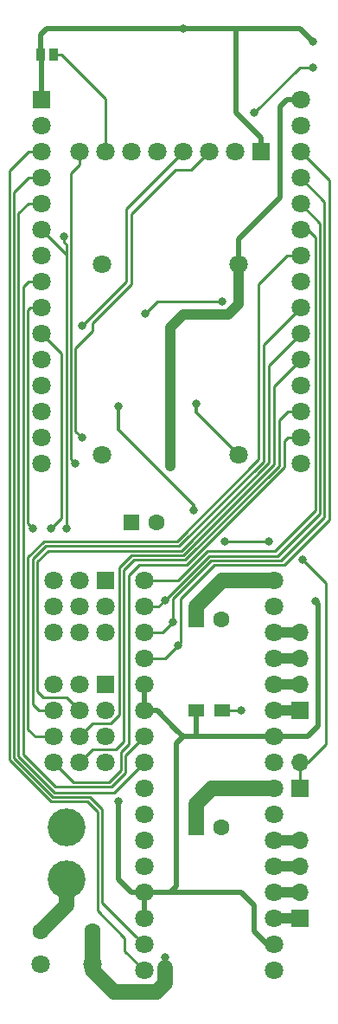
<source format=gtl>
G04 #@! TF.GenerationSoftware,KiCad,Pcbnew,(5.1.9)-1*
G04 #@! TF.CreationDate,2021-04-15T13:52:47+07:00*
G04 #@! TF.ProjectId,pendulumRobotModule,70656e64-756c-4756-9d52-6f626f744d6f,rev?*
G04 #@! TF.SameCoordinates,Original*
G04 #@! TF.FileFunction,Copper,L1,Top*
G04 #@! TF.FilePolarity,Positive*
%FSLAX46Y46*%
G04 Gerber Fmt 4.6, Leading zero omitted, Abs format (unit mm)*
G04 Created by KiCad (PCBNEW (5.1.9)-1) date 2021-04-15 13:52:47*
%MOMM*%
%LPD*%
G01*
G04 APERTURE LIST*
G04 #@! TA.AperFunction,ComponentPad*
%ADD10C,1.800000*%
G04 #@! TD*
G04 #@! TA.AperFunction,ComponentPad*
%ADD11R,1.800000X1.800000*%
G04 #@! TD*
G04 #@! TA.AperFunction,ComponentPad*
%ADD12R,1.600000X1.600000*%
G04 #@! TD*
G04 #@! TA.AperFunction,ComponentPad*
%ADD13C,1.600000*%
G04 #@! TD*
G04 #@! TA.AperFunction,ComponentPad*
%ADD14R,1.700000X1.700000*%
G04 #@! TD*
G04 #@! TA.AperFunction,ComponentPad*
%ADD15O,1.700000X1.700000*%
G04 #@! TD*
G04 #@! TA.AperFunction,SMDPad,CuDef*
%ADD16R,0.970000X1.270000*%
G04 #@! TD*
G04 #@! TA.AperFunction,ComponentPad*
%ADD17C,3.700000*%
G04 #@! TD*
G04 #@! TA.AperFunction,SMDPad,CuDef*
%ADD18R,1.500000X1.250000*%
G04 #@! TD*
G04 #@! TA.AperFunction,ViaPad*
%ADD19C,0.800000*%
G04 #@! TD*
G04 #@! TA.AperFunction,Conductor*
%ADD20C,0.250000*%
G04 #@! TD*
G04 #@! TA.AperFunction,Conductor*
%ADD21C,0.300000*%
G04 #@! TD*
G04 #@! TA.AperFunction,Conductor*
%ADD22C,1.500000*%
G04 #@! TD*
G04 #@! TA.AperFunction,Conductor*
%ADD23C,0.500000*%
G04 #@! TD*
G04 #@! TA.AperFunction,Conductor*
%ADD24C,1.000000*%
G04 #@! TD*
G04 APERTURE END LIST*
D10*
X96520000Y-96520000D03*
X99060000Y-96520000D03*
X101600000Y-96520000D03*
X96520000Y-93980000D03*
X99060000Y-93980000D03*
X101600000Y-93980000D03*
X96520000Y-91440000D03*
X99060000Y-91440000D03*
D11*
X101600000Y-91440000D03*
D10*
X96520000Y-109220000D03*
X99060000Y-109220000D03*
X101600000Y-109220000D03*
X96520000Y-106680000D03*
X99060000Y-106680000D03*
X101600000Y-106680000D03*
X96520000Y-104140000D03*
X99060000Y-104140000D03*
X101600000Y-104140000D03*
X96520000Y-101600000D03*
X99060000Y-101600000D03*
D11*
X101600000Y-101600000D03*
D10*
X120725001Y-44450000D03*
X120725001Y-46990000D03*
X120725001Y-49530000D03*
X120725001Y-52070000D03*
X120725001Y-54610000D03*
X120725001Y-57150000D03*
X120725001Y-59690000D03*
X120725001Y-62230000D03*
X120725001Y-64770000D03*
X120725001Y-67310000D03*
X120725001Y-69850000D03*
X120725001Y-72390000D03*
X120725001Y-74930000D03*
X120725001Y-77470000D03*
X120725001Y-80010000D03*
X95325001Y-80010000D03*
X95325001Y-77470000D03*
X95325001Y-74930000D03*
X95325001Y-72390000D03*
X95325001Y-69850000D03*
X95325001Y-67310000D03*
X95325001Y-64770000D03*
X95325001Y-62230000D03*
X95325001Y-59690000D03*
X95325001Y-57150000D03*
X95325001Y-54610000D03*
X95325001Y-52070000D03*
X95325001Y-49530000D03*
X95325001Y-46990000D03*
D11*
X95325001Y-44450000D03*
D10*
X101250000Y-60550000D03*
X114650000Y-60550000D03*
X114650000Y-79150000D03*
X101250000Y-79150000D03*
X118110000Y-129540000D03*
X118110000Y-127000000D03*
X118110000Y-124460000D03*
X118110000Y-121920000D03*
X118110000Y-119380000D03*
X118110000Y-116840000D03*
X118110000Y-114300000D03*
X118110000Y-111760000D03*
X105410000Y-111760000D03*
X105410000Y-114300000D03*
X105410000Y-116840000D03*
X105410000Y-119380000D03*
X105410000Y-121920000D03*
X105410000Y-124460000D03*
X105410000Y-127000000D03*
X105410000Y-129540000D03*
X99060000Y-49530000D03*
X101600000Y-49530000D03*
X104140000Y-49530000D03*
X106680000Y-49530000D03*
X109220000Y-49530000D03*
X111760000Y-49530000D03*
X114300000Y-49530000D03*
D11*
X116840000Y-49530000D03*
D12*
X110490000Y-95250000D03*
D13*
X112990000Y-95250000D03*
D14*
X120650000Y-111760000D03*
D15*
X120650000Y-109220000D03*
D14*
X120650000Y-104140000D03*
D15*
X120650000Y-101600000D03*
X120650000Y-99060000D03*
X120650000Y-96520000D03*
D14*
X120650000Y-124460000D03*
D15*
X120650000Y-121920000D03*
X120650000Y-119380000D03*
X120650000Y-116840000D03*
D16*
X95245000Y-40005000D03*
X96525000Y-40005000D03*
D17*
X97790000Y-115570000D03*
X97790000Y-120650000D03*
D13*
X112990000Y-115570000D03*
D12*
X110490000Y-115570000D03*
D13*
X100330000Y-125730000D03*
X95250000Y-125730000D03*
D10*
X105410000Y-109220000D03*
X105410000Y-106680000D03*
X105410000Y-104140000D03*
X105410000Y-101600000D03*
X105410000Y-99060000D03*
X105410000Y-96520000D03*
X105410000Y-93980000D03*
X105410000Y-91440000D03*
X118110000Y-91440000D03*
X118110000Y-93980000D03*
X118110000Y-96520000D03*
X118110000Y-99060000D03*
X118110000Y-101600000D03*
X118110000Y-104140000D03*
X118110000Y-106680000D03*
X118110000Y-109220000D03*
D18*
X113010000Y-104140000D03*
X110510000Y-104140000D03*
D13*
X106640000Y-85725000D03*
D12*
X104140000Y-85725000D03*
D10*
X100330000Y-128905000D03*
X95250000Y-128905000D03*
D19*
X114935000Y-104140000D03*
X102870000Y-74422000D03*
X110236000Y-84582000D03*
X113284000Y-87630000D03*
X117602000Y-87630000D03*
X120904000Y-89408000D03*
X110490000Y-74168000D03*
X107442000Y-128270000D03*
X107442000Y-129286000D03*
X122174000Y-93472000D03*
X102870000Y-113030000D03*
X121920000Y-38735000D03*
X109220000Y-37465000D03*
X94488000Y-86360000D03*
X97790000Y-86360000D03*
X97515010Y-57785000D03*
X96266000Y-86360000D03*
X105490000Y-65325000D03*
X113030000Y-64135000D03*
X99314000Y-66548000D03*
X99314000Y-77470000D03*
X98679000Y-80010000D03*
X108712000Y-97790000D03*
X108204000Y-95504000D03*
X107429300Y-93345000D03*
X121920000Y-41275000D03*
X116205000Y-45720000D03*
X107950000Y-79375000D03*
X107950000Y-80264000D03*
D20*
X113010000Y-95270000D02*
X112990000Y-95250000D01*
X113010000Y-104140000D02*
X114935000Y-104140000D01*
X120650000Y-111760000D02*
X120650000Y-109220000D01*
D21*
X102870000Y-76650315D02*
X102870000Y-74422000D01*
X110236000Y-84582000D02*
X110236000Y-84016315D01*
X110236000Y-84016315D02*
X102870000Y-76650315D01*
D20*
X113284000Y-87630000D02*
X117602000Y-87630000D01*
X121412000Y-109220000D02*
X120650000Y-109220000D01*
X123190000Y-107442000D02*
X121412000Y-109220000D01*
X120904000Y-89408000D02*
X123190000Y-91694000D01*
X123190000Y-91694000D02*
X123190000Y-107442000D01*
D21*
X110490000Y-74990000D02*
X114650000Y-79150000D01*
X110490000Y-74168000D02*
X110490000Y-74990000D01*
D22*
X110490000Y-113270000D02*
X112000000Y-111760000D01*
X110490000Y-115570000D02*
X110490000Y-113270000D01*
X112000000Y-111760000D02*
X118110000Y-111760000D01*
X110490000Y-95250000D02*
X110490000Y-93980000D01*
X113030000Y-91440000D02*
X118110000Y-91440000D01*
X110490000Y-93980000D02*
X113030000Y-91440000D01*
X100330000Y-129540000D02*
X100330000Y-128905000D01*
X102425500Y-131635500D02*
X100330000Y-129540000D01*
X106616500Y-131635500D02*
X102425500Y-131635500D01*
X107442000Y-129286000D02*
X107442000Y-130810000D01*
X107442000Y-130810000D02*
X106616500Y-131635500D01*
X100330000Y-128905000D02*
X100330000Y-125730000D01*
D23*
X104140000Y-121920000D02*
X105410000Y-121920000D01*
X102870000Y-113030000D02*
X102870000Y-120650000D01*
X102870000Y-120650000D02*
X104140000Y-121920000D01*
X105410000Y-124460000D02*
X105410000Y-121920000D01*
X118110000Y-127000000D02*
X117475000Y-127000000D01*
X117475000Y-127000000D02*
X116205000Y-125730000D01*
X116205000Y-125730000D02*
X116205000Y-123190000D01*
X116205000Y-123190000D02*
X114935000Y-121920000D01*
X105410000Y-104140000D02*
X105410000Y-101600000D01*
X105410000Y-104140000D02*
X106682792Y-104140000D01*
X114935000Y-121920000D02*
X108204000Y-121920000D01*
X118110000Y-106680000D02*
X121412000Y-106680000D01*
X121412000Y-106680000D02*
X122428000Y-105664000D01*
X122428000Y-105664000D02*
X122428000Y-94166990D01*
X122428000Y-94166990D02*
X122428000Y-94742000D01*
X122428000Y-93726000D02*
X122174000Y-93472000D01*
X122428000Y-94166990D02*
X122428000Y-93726000D01*
X109220000Y-106680000D02*
X108585000Y-106045000D01*
X108585000Y-121285000D02*
X107950000Y-121920000D01*
X108585000Y-107315000D02*
X108585000Y-121285000D01*
X109220000Y-106680000D02*
X108585000Y-107315000D01*
X108204000Y-121920000D02*
X107950000Y-121920000D01*
X107950000Y-121920000D02*
X105410000Y-121920000D01*
X108585000Y-106042208D02*
X106682792Y-104140000D01*
X108585000Y-106045000D02*
X108585000Y-106042208D01*
X110510000Y-106660000D02*
X110490000Y-106680000D01*
X110510000Y-104140000D02*
X110510000Y-106660000D01*
X118110000Y-106680000D02*
X110490000Y-106680000D01*
X110490000Y-106680000D02*
X109220000Y-106680000D01*
X95325001Y-40085001D02*
X95245000Y-40005000D01*
X95325001Y-44450000D02*
X95325001Y-40085001D01*
X95245000Y-38870000D02*
X95250000Y-38865000D01*
X95245000Y-40005000D02*
X95245000Y-38870000D01*
X95250000Y-38865000D02*
X95250000Y-38100000D01*
X95250000Y-38100000D02*
X95885000Y-37465000D01*
X120650000Y-37465000D02*
X121920000Y-38735000D01*
X95885000Y-37465000D02*
X109220000Y-37465000D01*
X116840000Y-37465000D02*
X120650000Y-37465000D01*
X116840000Y-48130000D02*
X114430000Y-45720000D01*
X116840000Y-49530000D02*
X116840000Y-48130000D01*
X114430000Y-37595000D02*
X114300000Y-37465000D01*
X114430000Y-45720000D02*
X114430000Y-37595000D01*
X109220000Y-37465000D02*
X114300000Y-37465000D01*
X114300000Y-37465000D02*
X116840000Y-37465000D01*
D20*
X95325001Y-64770000D02*
X94234000Y-64770000D01*
X94234000Y-64770000D02*
X94002040Y-65001960D01*
X94002040Y-65001960D02*
X94002040Y-85874040D01*
X94002040Y-85874040D02*
X94488000Y-86360000D01*
D24*
X118110000Y-96520000D02*
X120650000Y-96520000D01*
X118110000Y-99060000D02*
X120650000Y-99060000D01*
X118110000Y-104140000D02*
X120650000Y-104140000D01*
X118110000Y-101600000D02*
X120650000Y-101600000D01*
D20*
X97790000Y-59614999D02*
X95325001Y-57150000D01*
X97790000Y-86360000D02*
X97790000Y-59614999D01*
X97515010Y-58350685D02*
X97790000Y-58625675D01*
X97515010Y-57785000D02*
X97515010Y-58350685D01*
X97790000Y-58625675D02*
X97790000Y-59614999D01*
X97282000Y-69266999D02*
X95325001Y-67310000D01*
X96266000Y-86360000D02*
X97282000Y-85344000D01*
X97282000Y-85344000D02*
X97282000Y-69266999D01*
D24*
X118110000Y-121920000D02*
X120650000Y-121920000D01*
X118110000Y-124460000D02*
X120650000Y-124460000D01*
X118110000Y-119380000D02*
X120650000Y-119380000D01*
X118110000Y-116840000D02*
X120650000Y-116840000D01*
D20*
X101600000Y-48257208D02*
X101600000Y-49530000D01*
X101600000Y-44345000D02*
X101600000Y-48257208D01*
X97260000Y-40005000D02*
X101600000Y-44345000D01*
X96525000Y-40005000D02*
X97260000Y-40005000D01*
X105490000Y-65325000D02*
X106680000Y-64135000D01*
X106680000Y-64135000D02*
X113030000Y-64135000D01*
X109220000Y-49530000D02*
X105918000Y-52832000D01*
X105918000Y-52832000D02*
X103632000Y-55118000D01*
X103632000Y-55118000D02*
X103632000Y-62230000D01*
X103632000Y-62230000D02*
X99314000Y-66548000D01*
X109982000Y-51308000D02*
X111760000Y-49530000D01*
X108458000Y-51308000D02*
X109982000Y-51308000D01*
X98690020Y-76846020D02*
X98690020Y-68695980D01*
X99314000Y-77470000D02*
X98690020Y-76846020D01*
X98690020Y-68695980D02*
X100330000Y-67056000D01*
X100330000Y-67056000D02*
X100330000Y-66294000D01*
X104140000Y-55626000D02*
X108458000Y-51308000D01*
X100330000Y-66294000D02*
X104140000Y-62484000D01*
X104140000Y-62484000D02*
X104140000Y-55626000D01*
X95325001Y-62230000D02*
X95250000Y-62230000D01*
X95325001Y-62230000D02*
X94615000Y-62230000D01*
X103600000Y-108490000D02*
X105410000Y-106680000D01*
X103600000Y-110200000D02*
X103600000Y-108490000D01*
X94052209Y-62230000D02*
X93552030Y-62730179D01*
X95325001Y-62230000D02*
X94052209Y-62230000D01*
X93552030Y-62730179D02*
X93552030Y-108406800D01*
X93552030Y-108406800D02*
X96745230Y-111600000D01*
X96745230Y-111600000D02*
X102200000Y-111600000D01*
X102200000Y-111600000D02*
X103600000Y-110200000D01*
X95325001Y-54610000D02*
X94052209Y-54610000D01*
X94052209Y-54610000D02*
X93102020Y-55560189D01*
X104510001Y-110119999D02*
X105410000Y-109220000D01*
X93102020Y-55560189D02*
X93102020Y-108593200D01*
X93102020Y-108593200D02*
X96638800Y-112129980D01*
X96638800Y-112129980D02*
X102500020Y-112129980D01*
X102500020Y-112129980D02*
X104510001Y-110119999D01*
X101288010Y-122878010D02*
X104510001Y-126100001D01*
X101288010Y-113734010D02*
X101288010Y-122878010D01*
X95325001Y-52070000D02*
X94052209Y-52070000D01*
X94052209Y-52070000D02*
X92652010Y-53470199D01*
X104510001Y-126100001D02*
X105410000Y-127000000D01*
X92652010Y-53470199D02*
X92652010Y-108779600D01*
X92652010Y-108779600D02*
X96452400Y-112579990D01*
X96452400Y-112579990D02*
X100133990Y-112579990D01*
X100133990Y-112579990D02*
X101288010Y-113734010D01*
X94052209Y-49530000D02*
X92202000Y-51380209D01*
X95325001Y-49530000D02*
X94052209Y-49530000D01*
X92202000Y-108966000D02*
X96266000Y-113030000D01*
X92202000Y-51380209D02*
X92202000Y-108966000D01*
X96266000Y-113030000D02*
X99822000Y-113030000D01*
X99822000Y-113030000D02*
X100838000Y-114046000D01*
X100838000Y-114046000D02*
X100838000Y-123698000D01*
X100838000Y-123698000D02*
X103505000Y-126365000D01*
X103505000Y-126365000D02*
X103505000Y-127635000D01*
X103505000Y-127635000D02*
X105410000Y-129540000D01*
X98240010Y-79571010D02*
X98679000Y-80010000D01*
X98240010Y-51622782D02*
X98240010Y-79571010D01*
X99060000Y-49530000D02*
X99060000Y-50802792D01*
X99060000Y-50802792D02*
X98240010Y-51622782D01*
X107442000Y-99060000D02*
X105410000Y-99060000D01*
X108712000Y-97790000D02*
X107442000Y-99060000D01*
X123524029Y-52329028D02*
X123524030Y-60706000D01*
X112268000Y-89916000D02*
X108966000Y-93218000D01*
X108966000Y-97536000D02*
X108966000Y-93218000D01*
X119126000Y-89916000D02*
X112268000Y-89916000D01*
X123524030Y-85517970D02*
X119126000Y-89916000D01*
X123524030Y-60706000D02*
X123524030Y-85517970D01*
X120725001Y-49530000D02*
X123524029Y-52329028D01*
X108712000Y-97790000D02*
X108712000Y-97790000D01*
X108712000Y-97790000D02*
X108966000Y-97536000D01*
X107188000Y-96520000D02*
X105410000Y-96520000D01*
X108204000Y-95504000D02*
X108204000Y-95504000D01*
X123074020Y-54419019D02*
X123074020Y-85205980D01*
X123074020Y-85205980D02*
X118814010Y-89465990D01*
X120725001Y-52070000D02*
X123074020Y-54419019D01*
X111956010Y-89465990D02*
X108204000Y-93218000D01*
X118814010Y-89465990D02*
X111956010Y-89465990D01*
X108204000Y-93218000D02*
X108204000Y-95504000D01*
X107950000Y-95758000D02*
X107188000Y-96520000D01*
X108077000Y-95631000D02*
X107950000Y-95758000D01*
X108204000Y-95504000D02*
X108077000Y-95631000D01*
X106794300Y-93980000D02*
X105410000Y-93980000D01*
X111758320Y-89015980D02*
X107429300Y-93345000D01*
X118502020Y-89015980D02*
X111758320Y-89015980D01*
X122624010Y-84893990D02*
X118502020Y-89015980D01*
X120725001Y-54610000D02*
X122624010Y-56509009D01*
X122624010Y-56509009D02*
X122624010Y-84893990D01*
X107429300Y-93345000D02*
X106794300Y-93980000D01*
X108697890Y-91440000D02*
X105410000Y-91440000D01*
X121412000Y-57150000D02*
X122174000Y-57912000D01*
X120725001Y-57150000D02*
X121412000Y-57150000D01*
X122174000Y-57912000D02*
X122174000Y-84582000D01*
X118190030Y-88565970D02*
X111571919Y-88565971D01*
X122174000Y-84582000D02*
X118190030Y-88565970D01*
X111571919Y-88565971D02*
X108697890Y-91440000D01*
X121920000Y-41275000D02*
X120650000Y-41275000D01*
X120650000Y-41275000D02*
X116205000Y-45720000D01*
D24*
X114650000Y-60550000D02*
X114650000Y-64420000D01*
X114650000Y-64420000D02*
X113665000Y-65405000D01*
X109220000Y-65405000D02*
X113665000Y-65405000D01*
X107950000Y-66675000D02*
X109220000Y-65405000D01*
X107950000Y-79375000D02*
X107950000Y-78105000D01*
D23*
X114650000Y-60550000D02*
X114650000Y-58070000D01*
X118745000Y-53975000D02*
X118110000Y-54610000D01*
X118745000Y-45085000D02*
X118745000Y-53975000D01*
X119380000Y-44450000D02*
X118745000Y-45085000D01*
X120725001Y-44450000D02*
X119380000Y-44450000D01*
X114650000Y-58070000D02*
X118110000Y-54610000D01*
X118110000Y-54610000D02*
X118190001Y-54529999D01*
D24*
X107950000Y-78105000D02*
X107950000Y-66675000D01*
X107950000Y-79375000D02*
X107950000Y-80264000D01*
D22*
X95250000Y-125730000D02*
X97790000Y-123190000D01*
X97790000Y-123190000D02*
X97790000Y-120650000D01*
D20*
X97790000Y-102870000D02*
X99060000Y-104140000D01*
X117602000Y-70433001D02*
X117602000Y-79933800D01*
X95504000Y-102870000D02*
X97790000Y-102870000D01*
X120725001Y-67310000D02*
X117602000Y-70433001D01*
X117602000Y-79933800D02*
X109027820Y-88507980D01*
X94930820Y-102296820D02*
X95504000Y-102870000D01*
X109027820Y-88507980D02*
X95997620Y-88507980D01*
X95997620Y-88507980D02*
X94930820Y-89574780D01*
X94930820Y-89574780D02*
X94930820Y-102296820D01*
X95097600Y-104140000D02*
X96520000Y-104140000D01*
X94480810Y-103523210D02*
X95097600Y-104140000D01*
X117094000Y-68401001D02*
X117094000Y-79794100D01*
X120725001Y-64770000D02*
X117094000Y-68401001D01*
X117094000Y-79794100D02*
X108830130Y-88057970D01*
X108830130Y-88057970D02*
X95763240Y-88057970D01*
X95763240Y-88057970D02*
X94480810Y-89340400D01*
X94480810Y-89340400D02*
X94480810Y-103523210D01*
X102971600Y-104581402D02*
X102143002Y-105410000D01*
X118110000Y-72465001D02*
X118110000Y-80073500D01*
X120725001Y-69850000D02*
X118110000Y-72465001D01*
X118110000Y-80073500D02*
X109225510Y-88957990D01*
X109225510Y-88957990D02*
X104197990Y-88957990D01*
X104197990Y-88957990D02*
X102971600Y-90184380D01*
X102971600Y-90184380D02*
X102971600Y-104581402D01*
X100330000Y-105410000D02*
X99060000Y-106680000D01*
X102143002Y-105410000D02*
X100330000Y-105410000D01*
X94742000Y-106680000D02*
X96520000Y-106680000D01*
X94030800Y-105968800D02*
X94742000Y-106680000D01*
X120725001Y-59690000D02*
X119380000Y-59690000D01*
X116636800Y-62433200D02*
X116636800Y-79603600D01*
X119380000Y-59690000D02*
X116636800Y-62433200D01*
X116636800Y-79603600D02*
X108632440Y-87607960D01*
X94030800Y-89154000D02*
X94030800Y-105968800D01*
X108632440Y-87607960D02*
X95576840Y-87607960D01*
X95576840Y-87607960D02*
X94030800Y-89154000D01*
X100330000Y-107950000D02*
X99060000Y-109220000D01*
X102616000Y-107950000D02*
X100330000Y-107950000D01*
X103435990Y-90366010D02*
X103435990Y-107130010D01*
X119452209Y-74930000D02*
X118618000Y-75764209D01*
X120725001Y-74930000D02*
X119452209Y-74930000D01*
X103435990Y-107130010D02*
X102616000Y-107950000D01*
X118618000Y-75764209D02*
X118618000Y-80225900D01*
X118618000Y-80225900D02*
X109435900Y-89408000D01*
X109435900Y-89408000D02*
X104394000Y-89408000D01*
X104394000Y-89408000D02*
X103435990Y-90366010D01*
X98449990Y-111149990D02*
X96520000Y-109220000D01*
X101956010Y-111149990D02*
X98449990Y-111149990D01*
X103124000Y-109982000D02*
X101956010Y-111149990D01*
X103124000Y-108204000D02*
X103124000Y-109982000D01*
X103886000Y-90932000D02*
X103886000Y-107442000D01*
X119452209Y-77470000D02*
X119126000Y-77796209D01*
X120725001Y-77470000D02*
X119452209Y-77470000D01*
X119126000Y-77796209D02*
X119126000Y-80365600D01*
X103886000Y-107442000D02*
X103124000Y-108204000D01*
X119126000Y-80365600D02*
X109575600Y-89916000D01*
X109575600Y-89916000D02*
X104902000Y-89916000D01*
X104902000Y-89916000D02*
X103886000Y-90932000D01*
M02*

</source>
